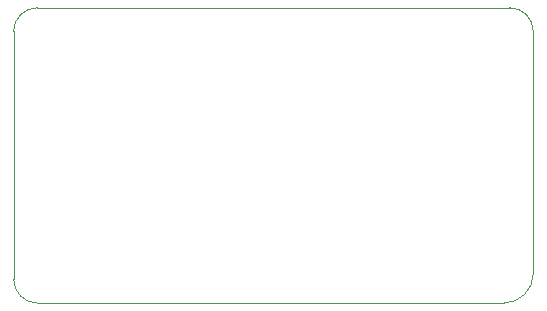
<source format=gm1>
%TF.GenerationSoftware,KiCad,Pcbnew,(6.0.8)*%
%TF.CreationDate,2023-01-24T15:15:15-07:00*%
%TF.ProjectId,Power,506f7765-722e-46b6-9963-61645f706362,rev?*%
%TF.SameCoordinates,Original*%
%TF.FileFunction,Profile,NP*%
%FSLAX46Y46*%
G04 Gerber Fmt 4.6, Leading zero omitted, Abs format (unit mm)*
G04 Created by KiCad (PCBNEW (6.0.8)) date 2023-01-24 15:15:15*
%MOMM*%
%LPD*%
G01*
G04 APERTURE LIST*
%TA.AperFunction,Profile*%
%ADD10C,0.100000*%
%TD*%
G04 APERTURE END LIST*
D10*
X111500000Y-107000000D02*
G75*
G03*
X113500000Y-109000000I2000000J0D01*
G01*
X153500000Y-84000000D02*
X113500000Y-84000000D01*
X153000000Y-109000000D02*
G75*
G03*
X155500000Y-106500000I0J2500000D01*
G01*
X155500000Y-106500000D02*
X155500000Y-86000000D01*
X111500000Y-86000000D02*
X111500000Y-107000000D01*
X155500000Y-86000000D02*
G75*
G03*
X153500000Y-84000000I-2000000J0D01*
G01*
X113500000Y-109000000D02*
X153000000Y-109000000D01*
X113500000Y-84000000D02*
G75*
G03*
X111500000Y-86000000I0J-2000000D01*
G01*
M02*

</source>
